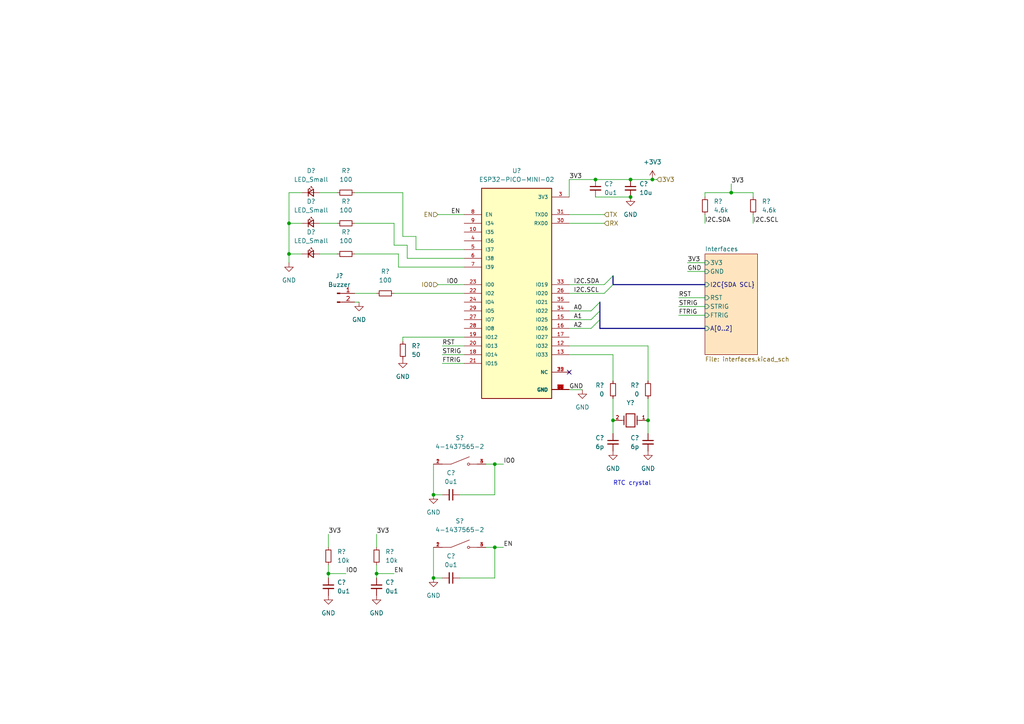
<source format=kicad_sch>
(kicad_sch (version 20211123) (generator eeschema)
  (paper "A4")
  (lib_symbols
    (symbol "4-1437565-2:4-1437565-2" (pin_names (offset 1.016))
      (property "Reference" "S" (at -2.54 2.54 0))
      (property "Value" "4-1437565-2" (at -2.54 -2.54 0))
      (symbol "4-1437565-2_0_0"
        (polyline (pts (xy -2.54 0) (xy -5.08 0)) (stroke (width 0.1524)))
        (polyline (pts (xy -2.54 0) (xy 2.794 2.1336)) (stroke (width 0.1524)))
        (polyline (pts (xy 5.08 0) (xy 2.921 0)) (stroke (width 0.1524)))
        (circle (center 2.54 0) (radius 0.3302) (stroke (width 0.1524)))
        (pin passive line (at -7.62 0 0) (length 2.54) (name "~") (number "1"))
        (pin passive line (at -7.62 0 0) (length 2.54) (name "~") (number "2"))
        (pin passive line (at 7.62 0 180) (length 2.54) (name "~") (number "3"))
        (pin passive line (at 7.62 0 180) (length 2.54) (name "~") (number "4"))
      )
    )
    (symbol "Connector:Conn_01x02_Male" (pin_names (offset 1.016) hide)
      (property "Reference" "J" (at 0 2.54 0))
      (property "Value" "Conn_01x02_Male" (at 0 -5.08 0))
      (symbol "Conn_01x02_Male_1_1"
        (polyline (pts (xy 1.27 -2.54) (xy 0.8636 -2.54)) (stroke (width 0.1524)))
        (polyline (pts (xy 1.27 0) (xy 0.8636 0)) (stroke (width 0.1524)))
        (rectangle (start 0.8636 -2.413) (end 0 -2.667) (stroke (width 0.1524)) (fill (type outline)))
        (rectangle (start 0.8636 0.127) (end 0 -0.127) (stroke (width 0.1524)) (fill (type outline)))
        (pin passive line (at 5.08 0 180) (length 3.81) (name "Pin_1") (number "1"))
        (pin passive line (at 5.08 -2.54 180) (length 3.81) (name "Pin_2") (number "2"))
      )
    )
    (symbol "Device:C_Small" (pin_numbers hide) (pin_names (offset 0.254) hide)
      (property "Reference" "C" (at 0.254 1.778 0))
      (property "Value" "C_Small" (at 0.254 -2.032 0))
      (symbol "C_Small_0_1"
        (polyline (pts (xy -1.524 -0.508) (xy 1.524 -0.508)) (stroke (width 0.3302)))
        (polyline (pts (xy -1.524 0.508) (xy 1.524 0.508)) (stroke (width 0.3048)))
      )
      (symbol "C_Small_1_1"
        (pin passive line (at 0 2.54 270) (length 2.032) (name "~") (number "1"))
        (pin passive line (at 0 -2.54 90) (length 2.032) (name "~") (number "2"))
      )
    )
    (symbol "Device:LED_Small" (pin_numbers hide) (pin_names (offset 0.254) hide)
      (property "Reference" "D" (at -1.27 3.175 0))
      (property "Value" "LED_Small" (at -4.445 -2.54 0))
      (symbol "LED_Small_0_1"
        (polyline (pts (xy -0.762 -1.016) (xy -0.762 1.016)) (stroke (width 0.254)))
        (polyline (pts (xy 1.016 0) (xy -0.762 0)))
        (polyline (pts (xy 0.762 -1.016) (xy -0.762 0) (xy 0.762 1.016) (xy 0.762 -1.016)) (stroke (width 0.254)))
        (polyline (pts (xy 0 0.762) (xy -0.508 1.27) (xy -0.254 1.27) (xy -0.508 1.27) (xy -0.508 1.016)))
        (polyline (pts (xy 0.508 1.27) (xy 0 1.778) (xy 0.254 1.778) (xy 0 1.778) (xy 0 1.524)))
      )
      (symbol "LED_Small_1_1"
        (pin passive line (at -2.54 0 0) (length 1.778) (name "K") (number "1"))
        (pin passive line (at 2.54 0 180) (length 1.778) (name "A") (number "2"))
      )
    )
    (symbol "Device:R_Small" (pin_numbers hide) (pin_names (offset 0.254) hide)
      (property "Reference" "R" (at 0.762 0.508 0))
      (property "Value" "R_Small" (at 0.762 -1.016 0))
      (symbol "R_Small_0_1"
        (rectangle (start -0.762 1.778) (end 0.762 -1.778) (stroke (width 0.2032)))
      )
      (symbol "R_Small_1_1"
        (pin passive line (at 0 2.54 270) (length 0.762) (name "~") (number "1"))
        (pin passive line (at 0 -2.54 90) (length 0.762) (name "~") (number "2"))
      )
    )
    (symbol "ESP32-PICO-MINI-02:ESP32-PICO-MINI-02" (pin_names (offset 1.016))
      (property "Reference" "U" (at -10.16 33.02 0))
      (property "Value" "ESP32-PICO-MINI-02" (at -10.16 -33.02 0))
      (symbol "ESP32-PICO-MINI-02_0_0"
        (rectangle (start -10.16 -30.48) (end 10.16 30.48) (stroke (width 0.254)) (fill (type background)))
        (pin power_in line (at 15.24 -27.94 180) (length 5.08) (name "GND") (number "1"))
        (pin input line (at -15.24 17.78 0) (length 5.08) (name "I35") (number "10"))
        (pin power_in line (at 15.24 -27.94 180) (length 5.08) (name "GND") (number "11"))
        (pin bidirectional line (at 15.24 -15.24 180) (length 5.08) (name "IO32") (number "12"))
        (pin bidirectional line (at 15.24 -17.78 180) (length 5.08) (name "IO33") (number "13"))
        (pin power_in line (at 15.24 -27.94 180) (length 5.08) (name "GND") (number "14"))
        (pin bidirectional line (at 15.24 -7.62 180) (length 5.08) (name "IO25") (number "15"))
        (pin bidirectional line (at 15.24 -10.16 180) (length 5.08) (name "IO26") (number "16"))
        (pin bidirectional line (at 15.24 -12.7 180) (length 5.08) (name "IO27") (number "17"))
        (pin bidirectional line (at -15.24 -17.78 0) (length 5.08) (name "IO14") (number "18"))
        (pin bidirectional line (at -15.24 -12.7 0) (length 5.08) (name "IO12") (number "19"))
        (pin power_in line (at 15.24 -27.94 180) (length 5.08) (name "GND") (number "2"))
        (pin bidirectional line (at -15.24 -15.24 0) (length 5.08) (name "IO13") (number "20"))
        (pin bidirectional line (at -15.24 -20.32 0) (length 5.08) (name "IO15") (number "21"))
        (pin bidirectional line (at -15.24 0 0) (length 5.08) (name "IO2") (number "22"))
        (pin bidirectional line (at -15.24 2.54 0) (length 5.08) (name "IO0") (number "23"))
        (pin bidirectional line (at -15.24 -2.54 0) (length 5.08) (name "IO4") (number "24"))
        (pin no_connect line (at 15.24 -22.86 180) (length 5.08) (name "NC") (number "25"))
        (pin bidirectional line (at 15.24 0 180) (length 5.08) (name "IO20") (number "26"))
        (pin bidirectional line (at -15.24 -7.62 0) (length 5.08) (name "IO7") (number "27"))
        (pin bidirectional line (at -15.24 -10.16 0) (length 5.08) (name "IO8") (number "28"))
        (pin bidirectional line (at -15.24 -5.08 0) (length 5.08) (name "IO5") (number "29"))
        (pin power_in line (at 15.24 27.94 180) (length 5.08) (name "3V3") (number "3"))
        (pin bidirectional line (at 15.24 20.32 180) (length 5.08) (name "RXD0") (number "30"))
        (pin bidirectional line (at 15.24 22.86 180) (length 5.08) (name "TXD0") (number "31"))
        (pin no_connect line (at 15.24 -22.86 180) (length 5.08) (name "NC") (number "32"))
        (pin bidirectional line (at 15.24 2.54 180) (length 5.08) (name "IO19") (number "33"))
        (pin bidirectional line (at 15.24 -5.08 180) (length 5.08) (name "IO22") (number "34"))
        (pin bidirectional line (at 15.24 -2.54 180) (length 5.08) (name "IO21") (number "35"))
        (pin power_in line (at 15.24 -27.94 180) (length 5.08) (name "GND") (number "36"))
        (pin power_in line (at 15.24 -27.94 180) (length 5.08) (name "GND") (number "37"))
        (pin power_in line (at 15.24 -27.94 180) (length 5.08) (name "GND") (number "38"))
        (pin power_in line (at 15.24 -27.94 180) (length 5.08) (name "GND") (number "39"))
        (pin input line (at -15.24 15.24 0) (length 5.08) (name "I36") (number "4"))
        (pin power_in line (at 15.24 -27.94 180) (length 5.08) (name "GND") (number "40"))
        (pin power_in line (at 15.24 -27.94 180) (length 5.08) (name "GND") (number "41"))
        (pin power_in line (at 15.24 -27.94 180) (length 5.08) (name "GND") (number "42"))
        (pin power_in line (at 15.24 -27.94 180) (length 5.08) (name "GND") (number "43"))
        (pin power_in line (at 15.24 -27.94 180) (length 5.08) (name "GND") (number "44"))
        (pin power_in line (at 15.24 -27.94 180) (length 5.08) (name "GND") (number "45"))
        (pin power_in line (at 15.24 -27.94 180) (length 5.08) (name "GND") (number "46"))
        (pin power_in line (at 15.24 -27.94 180) (length 5.08) (name "GND") (number "47"))
        (pin power_in line (at 15.24 -27.94 180) (length 5.08) (name "GND") (number "48"))
        (pin power_in line (at 15.24 -27.94 180) (length 5.08) (name "GND") (number "49"))
        (pin input line (at -15.24 12.7 0) (length 5.08) (name "I37") (number "5"))
        (pin power_in line (at 15.24 -27.94 180) (length 5.08) (name "GND") (number "50"))
        (pin power_in line (at 15.24 -27.94 180) (length 5.08) (name "GND") (number "51"))
        (pin power_in line (at 15.24 -27.94 180) (length 5.08) (name "GND") (number "52"))
        (pin power_in line (at 15.24 -27.94 180) (length 5.08) (name "GND") (number "53"))
        (pin power_in line (at 15.24 -27.94 180) (length 5.08) (name "GND") (number "54"))
        (pin power_in line (at 15.24 -27.94 180) (length 5.08) (name "GND") (number "55"))
        (pin power_in line (at 15.24 -27.94 180) (length 5.08) (name "GND") (number "56"))
        (pin power_in line (at 15.24 -27.94 180) (length 5.08) (name "GND") (number "57"))
        (pin power_in line (at 15.24 -27.94 180) (length 5.08) (name "GND") (number "58"))
        (pin power_in line (at 15.24 -27.94 180) (length 5.08) (name "GND") (number "59"))
        (pin input line (at -15.24 10.16 0) (length 5.08) (name "I38") (number "6"))
        (pin power_in line (at 15.24 -27.94 180) (length 5.08) (name "GND") (number "60"))
        (pin power_in line (at 15.24 -27.94 180) (length 5.08) (name "GND") (number "61"))
        (pin input line (at -15.24 7.62 0) (length 5.08) (name "I39") (number "7"))
        (pin input line (at -15.24 22.86 0) (length 5.08) (name "EN") (number "8"))
        (pin input line (at -15.24 20.32 0) (length 5.08) (name "I34") (number "9"))
      )
    )
    (symbol "NX3215SA-32.768K-STD-MUA-14:NX3215SA-32.768K-STD-MUA-14" (pin_names (offset 1.016))
      (property "Reference" "Y" (at -2.54 2.54 0))
      (property "Value" "NX3215SA-32.768K-STD-MUA-14" (at -2.54 -4.445 0))
      (symbol "NX3215SA-32.768K-STD-MUA-14_0_0"
        (polyline (pts (xy -2.54 0) (xy -1.905 0)) (stroke (width 0.1524)))
        (polyline (pts (xy -1.905 0) (xy -1.905 -1.27)) (stroke (width 0.254)))
        (polyline (pts (xy -1.905 1.27) (xy -1.905 0)) (stroke (width 0.254)))
        (polyline (pts (xy -1.27 -1.905) (xy -1.27 1.905)) (stroke (width 0.254)))
        (polyline (pts (xy -1.27 1.905) (xy 1.27 1.905)) (stroke (width 0.254)))
        (polyline (pts (xy 1.27 -1.905) (xy -1.27 -1.905)) (stroke (width 0.254)))
        (polyline (pts (xy 1.27 1.905) (xy 1.27 -1.905)) (stroke (width 0.254)))
        (polyline (pts (xy 1.905 0) (xy 1.905 -1.27)) (stroke (width 0.254)))
        (polyline (pts (xy 1.905 1.27) (xy 1.905 0)) (stroke (width 0.254)))
        (polyline (pts (xy 2.54 0) (xy 1.905 0)) (stroke (width 0.1524)))
        (pin passive line (at -5.08 0 0) (length 2.54) (name "~") (number "1"))
        (pin passive line (at 5.08 0 180) (length 2.54) (name "~") (number "2"))
      )
    )
    (symbol "power:+3V3" (power) (pin_names (offset 0))
      (property "Value" "+3V3" (at 0 3.556 0))
      (symbol "+3V3_0_1"
        (polyline (pts (xy -0.762 1.27) (xy 0 2.54)))
        (polyline (pts (xy 0 0) (xy 0 2.54)))
        (polyline (pts (xy 0 2.54) (xy 0.762 1.27)))
      )
      (symbol "+3V3_1_1"
        (pin power_in line (at 0 0 90) (length 0) hide (name "+3V3") (number "1"))
      )
    )
    (symbol "power:GND" (power) (pin_names (offset 0))
      (property "Value" "GND" (at 0 -3.81 0))
      (symbol "GND_0_1"
        (polyline (pts (xy 0 0) (xy 0 -1.27) (xy 1.27 -1.27) (xy 0 -2.54) (xy -1.27 -1.27) (xy 0 -1.27)))
      )
      (symbol "GND_1_1"
        (pin power_in line (at 0 0 270) (length 0) hide (name "GND") (number "1"))
      )
    )
  )
  (junction (at 95.25 166.37))
  (junction (at 125.73 167.64))
  (junction (at 109.22 166.37))
  (junction (at 187.96 121.92))
  (junction (at 125.73 143.51))
  (junction (at 182.88 57.15))
  (junction (at 212.09 55.88))
  (junction (at 182.88 52.07))
  (junction (at 143.51 134.62))
  (junction (at 189.23 52.07))
  (junction (at 177.8 121.92))
  (junction (at 172.72 52.07))
  (junction (at 143.51 158.75))
  (junction (at 83.82 64.77))
  (junction (at 83.82 73.66))
  (no_connect (at 165.1 107.95))
  (bus_entry (at 171.45 92.71) (size 2.54 -2.54))
  (bus_entry (at 171.45 90.17) (size 2.54 -2.54))
  (bus_entry (at 173.99 92.71) (size -2.54 2.54))
  (bus_entry (at 175.26 85.09) (size 2.54 -2.54))
  (bus_entry (at 175.26 82.55) (size 2.54 -2.54))
  (wire (pts (xy 114.3 71.12) (xy 118.11 71.12)))
  (wire (pts (xy 177.8 121.92) (xy 177.8 125.73)))
  (wire (pts (xy 120.65 68.58) (xy 120.65 72.39)))
  (wire (pts (xy 190.5 52.07) (xy 189.23 52.07)))
  (wire (pts (xy 127 62.23) (xy 134.62 62.23)))
  (wire (pts (xy 165.1 85.09) (xy 175.26 85.09)))
  (wire (pts (xy 165.1 64.77) (xy 175.26 64.77)))
  (wire (pts (xy 199.39 78.74) (xy 204.47 78.74)))
  (wire (pts (xy 118.11 74.93) (xy 134.62 74.93)))
  (wire (pts (xy 140.97 134.62) (xy 143.51 134.62)))
  (wire (pts (xy 165.1 82.55) (xy 175.26 82.55)))
  (wire (pts (xy 128.27 143.51) (xy 125.73 143.51)))
  (wire (pts (xy 109.22 166.37) (xy 109.22 167.64)))
  (wire (pts (xy 116.84 55.88) (xy 116.84 68.58)))
  (bus (pts (xy 177.8 80.01) (xy 177.8 82.55)))
  (wire (pts (xy 128.27 100.33) (xy 134.62 100.33)))
  (wire (pts (xy 83.82 76.2) (xy 83.82 73.66)))
  (wire (pts (xy 116.84 99.06) (xy 116.84 97.79)))
  (wire (pts (xy 102.87 55.88) (xy 116.84 55.88)))
  (wire (pts (xy 95.25 154.94) (xy 95.25 158.75)))
  (wire (pts (xy 182.88 52.07) (xy 172.72 52.07)))
  (wire (pts (xy 95.25 163.83) (xy 95.25 166.37)))
  (wire (pts (xy 172.72 57.15) (xy 182.88 57.15)))
  (bus (pts (xy 173.99 92.71) (xy 173.99 95.25)))
  (wire (pts (xy 92.71 55.88) (xy 97.79 55.88)))
  (wire (pts (xy 102.87 73.66) (xy 115.57 73.66)))
  (wire (pts (xy 92.71 73.66) (xy 97.79 73.66)))
  (wire (pts (xy 115.57 73.66) (xy 115.57 77.47)))
  (wire (pts (xy 95.25 166.37) (xy 95.25 167.64)))
  (wire (pts (xy 218.44 62.23) (xy 218.44 64.77)))
  (wire (pts (xy 212.09 55.88) (xy 212.09 53.34)))
  (wire (pts (xy 218.44 55.88) (xy 218.44 57.15)))
  (wire (pts (xy 177.8 102.87) (xy 165.1 102.87)))
  (wire (pts (xy 165.1 52.07) (xy 165.1 57.15)))
  (bus (pts (xy 177.8 82.55) (xy 204.47 82.55)))
  (wire (pts (xy 133.35 143.51) (xy 143.51 143.51)))
  (wire (pts (xy 83.82 64.77) (xy 87.63 64.77)))
  (wire (pts (xy 212.09 55.88) (xy 218.44 55.88)))
  (wire (pts (xy 172.72 52.07) (xy 165.1 52.07)))
  (wire (pts (xy 165.1 90.17) (xy 171.45 90.17)))
  (wire (pts (xy 92.71 64.77) (xy 97.79 64.77)))
  (wire (pts (xy 102.87 85.09) (xy 109.22 85.09)))
  (wire (pts (xy 204.47 55.88) (xy 212.09 55.88)))
  (wire (pts (xy 83.82 73.66) (xy 83.82 64.77)))
  (wire (pts (xy 128.27 167.64) (xy 125.73 167.64)))
  (wire (pts (xy 177.8 110.49) (xy 177.8 102.87)))
  (wire (pts (xy 118.11 71.12) (xy 118.11 74.93)))
  (wire (pts (xy 83.82 55.88) (xy 87.63 55.88)))
  (wire (pts (xy 116.84 97.79) (xy 134.62 97.79)))
  (wire (pts (xy 204.47 55.88) (xy 204.47 57.15)))
  (bus (pts (xy 173.99 87.63) (xy 173.99 90.17)))
  (wire (pts (xy 143.51 158.75) (xy 146.05 158.75)))
  (wire (pts (xy 115.57 77.47) (xy 134.62 77.47)))
  (wire (pts (xy 102.87 64.77) (xy 114.3 64.77)))
  (wire (pts (xy 187.96 115.57) (xy 187.96 121.92)))
  (wire (pts (xy 83.82 64.77) (xy 83.82 55.88)))
  (wire (pts (xy 109.22 163.83) (xy 109.22 166.37)))
  (wire (pts (xy 143.51 134.62) (xy 146.05 134.62)))
  (wire (pts (xy 109.22 166.37) (xy 114.3 166.37)))
  (wire (pts (xy 196.85 91.44) (xy 204.47 91.44)))
  (wire (pts (xy 120.65 72.39) (xy 134.62 72.39)))
  (wire (pts (xy 109.22 154.94) (xy 109.22 158.75)))
  (wire (pts (xy 133.35 167.64) (xy 143.51 167.64)))
  (wire (pts (xy 95.25 166.37) (xy 100.33 166.37)))
  (bus (pts (xy 173.99 95.25) (xy 204.47 95.25)))
  (wire (pts (xy 165.1 62.23) (xy 175.26 62.23)))
  (wire (pts (xy 143.51 143.51) (xy 143.51 134.62)))
  (wire (pts (xy 204.47 62.23) (xy 204.47 64.77)))
  (wire (pts (xy 114.3 85.09) (xy 134.62 85.09)))
  (wire (pts (xy 187.96 121.92) (xy 187.96 125.73)))
  (wire (pts (xy 125.73 143.51) (xy 125.73 134.62)))
  (wire (pts (xy 177.8 115.57) (xy 177.8 121.92)))
  (wire (pts (xy 165.1 92.71) (xy 171.45 92.71)))
  (wire (pts (xy 128.27 102.87) (xy 134.62 102.87)))
  (wire (pts (xy 196.85 88.9) (xy 204.47 88.9)))
  (wire (pts (xy 196.85 86.36) (xy 204.47 86.36)))
  (wire (pts (xy 125.73 167.64) (xy 125.73 158.75)))
  (wire (pts (xy 140.97 158.75) (xy 143.51 158.75)))
  (wire (pts (xy 143.51 167.64) (xy 143.51 158.75)))
  (wire (pts (xy 189.23 52.07) (xy 182.88 52.07)))
  (wire (pts (xy 187.96 100.33) (xy 165.1 100.33)))
  (wire (pts (xy 187.96 110.49) (xy 187.96 100.33)))
  (wire (pts (xy 128.27 105.41) (xy 134.62 105.41)))
  (wire (pts (xy 114.3 64.77) (xy 114.3 71.12)))
  (wire (pts (xy 127 82.55) (xy 134.62 82.55)))
  (wire (pts (xy 165.1 113.03) (xy 168.91 113.03)))
  (wire (pts (xy 83.82 73.66) (xy 87.63 73.66)))
  (wire (pts (xy 165.1 95.25) (xy 171.45 95.25)))
  (bus (pts (xy 173.99 90.17) (xy 173.99 92.71)))
  (wire (pts (xy 102.87 87.63) (xy 104.14 87.63)))
  (wire (pts (xy 199.39 76.2) (xy 204.47 76.2)))
  (wire (pts (xy 116.84 68.58) (xy 120.65 68.58)))
  (text "RTC crystal" (at 177.8 140.97 0) (effects (font (size 1.27 1.27)) (justify left bottom)))
  (label "IO0" (at 100.33 166.37 0))
  (label "EN" (at 130.81 62.23 0))
  (label "I2C.SCL" (at 218.44 64.77 0))
  (label "EN" (at 114.3 166.37 0))
  (label "A0" (at 166.37 90.17 0))
  (label "3V3" (at 109.22 154.94 0))
  (label "3V3" (at 212.09 53.34 0))
  (label "STRIG" (at 128.27 102.87 0))
  (label "IO0" (at 146.05 134.62 0))
  (label "GND" (at 165.1 113.03 0))
  (label "3V3" (at 165.1 52.07 0))
  (label "I2C.SDA" (at 204.47 64.77 0))
  (label "I2C.SDA" (at 166.37 82.55 0))
  (label "FTRIG" (at 196.85 91.44 0))
  (label "IO0" (at 129.54 82.55 0))
  (label "I2C.SCL" (at 166.37 85.09 0))
  (label "A1" (at 166.37 92.71 0))
  (label "RST" (at 128.27 100.33 0))
  (label "FTRIG" (at 128.27 105.41 0))
  (label "RST" (at 196.85 86.36 0))
  (label "3V3" (at 199.39 76.2 0))
  (label "3V3" (at 95.25 154.94 0))
  (label "GND" (at 199.39 78.74 0))
  (label "STRIG" (at 196.85 88.9 0))
  (label "A2" (at 166.37 95.25 0))
  (label "EN" (at 146.05 158.75 0))
  (hierarchical_label "3V3" (shape input) (at 190.5 52.07 0))
  (hierarchical_label "IO0" (shape input) (at 127 82.55 180))
  (hierarchical_label "RX" (shape input) (at 175.26 64.77 0))
  (hierarchical_label "TX" (shape input) (at 175.26 62.23 0))
  (hierarchical_label "EN" (shape input) (at 127 62.23 180))
  (symbol (lib_id "Device:C_Small") (at 130.81 143.51 270) (unit 1)
    (property "Reference" "C?" (at 130.8036 137.16 90))
    (property "Value" "0u1" (at 130.8036 139.7 90))
    (property "Footprint" "Capacitor_SMD:C_0603_1608Metric_Pad1.08x0.95mm_HandSolder" (effects hide))
  )
  (symbol (lib_id "power:GND") (at 104.14 87.63 0) (unit 1)
    (property "Reference" "#PWR?" (effects hide))
    (property "Value" "GND" (at 104.14 92.71 0))
  )
  (symbol (lib_id "Device:R_Small") (at 100.33 55.88 90) (unit 1)
    (property "Reference" "R?" (at 100.33 49.53 90))
    (property "Value" "100" (at 100.33 52.07 90))
    (property "Footprint" "Resistor_SMD:R_0603_1608Metric_Pad0.98x0.95mm_HandSolder" (effects hide))
  )
  (symbol (lib_id "ESP32-PICO-MINI-02:ESP32-PICO-MINI-02") (at 149.86 85.09 0) (unit 1)
    (property "Reference" "U?" (at 149.86 49.53 0))
    (property "Value" "ESP32-PICO-MINI-02" (at 149.86 52.07 0))
    (property "Footprint" "footprint:MODULE_ESP32-PICO-MINI-02" (effects hide))
    (property "MAXIMUM_PACKAGE_HEIGHT" "2.55mm" (effects hide))
    (property "MANUFACTURER" "Espressif" (effects hide))
    (property "PARTREV" "v1.0" (effects hide))
    (property "STANDARD" "Manufacturer Recommendations" (effects hide))
  )
  (symbol (lib_id "Device:C_Small") (at 172.72 54.61 0) (unit 1)
    (property "Reference" "C?" (at 175.26 53.3462 0) (effects (justify left)))
    (property "Value" "0u1" (at 175.26 55.8862 0) (effects (justify left)))
    (property "Footprint" "Capacitor_SMD:C_0603_1608Metric_Pad1.08x0.95mm_HandSolder" (effects hide))
  )
  (symbol (lib_id "Device:LED_Small") (at 90.17 64.77 0) (unit 1)
    (property "Reference" "D?" (at 90.2335 58.42 0))
    (property "Value" "LED_Small" (at 90.2335 60.96 0))
    (property "Footprint" "LED_SMD:LED_0603_1608Metric_Pad1.05x0.95mm_HandSolder" (effects hide))
  )
  (symbol (lib_id "Device:C_Small") (at 95.25 170.18 0) (unit 1)
    (property "Reference" "C?" (at 97.79 168.9162 0) (effects (justify left)))
    (property "Value" "0u1" (at 97.79 171.4562 0) (effects (justify left)))
    (property "Footprint" "Capacitor_SMD:C_0603_1608Metric_Pad1.08x0.95mm_HandSolder" (effects hide))
  )
  (symbol (lib_id "Device:C_Small") (at 109.22 170.18 0) (unit 1)
    (property "Reference" "C?" (at 111.76 168.9162 0) (effects (justify left)))
    (property "Value" "0u1" (at 111.76 171.4562 0) (effects (justify left)))
    (property "Footprint" "Capacitor_SMD:C_0603_1608Metric_Pad1.08x0.95mm_HandSolder" (effects hide))
  )
  (symbol (lib_id "Device:C_Small") (at 187.96 128.27 0) (mirror y) (unit 1)
    (property "Reference" "C?" (at 185.42 127.0062 0) (effects (justify left)))
    (property "Value" "6p" (at 185.42 129.5462 0) (effects (justify left)))
    (property "Footprint" "Capacitor_SMD:C_0603_1608Metric_Pad1.08x0.95mm_HandSolder" (effects hide))
  )
  (symbol (lib_id "Device:R_Small") (at 100.33 64.77 90) (unit 1)
    (property "Reference" "R?" (at 100.33 58.42 90))
    (property "Value" "100" (at 100.33 60.96 90))
    (property "Footprint" "Resistor_SMD:R_0603_1608Metric_Pad0.98x0.95mm_HandSolder" (effects hide))
  )
  (symbol (lib_id "power:GND") (at 125.73 167.64 0) (unit 1)
    (property "Reference" "#PWR?" (effects hide))
    (property "Value" "GND" (at 125.73 172.72 0))
  )
  (symbol (lib_id "Device:R_Small") (at 177.8 113.03 0) (mirror y) (unit 1)
    (property "Reference" "R?" (at 175.26 111.7599 0) (effects (justify left)))
    (property "Value" "0" (at 175.26 114.2999 0) (effects (justify left)))
    (property "Footprint" "Resistor_SMD:R_0603_1608Metric_Pad0.98x0.95mm_HandSolder" (effects hide))
  )
  (symbol (lib_id "power:GND") (at 95.25 172.72 0) (unit 1)
    (property "Reference" "#PWR?" (effects hide))
    (property "Value" "GND" (at 95.25 177.8 0))
  )
  (symbol (lib_id "Device:R_Small") (at 116.84 101.6 0) (unit 1)
    (property "Reference" "R?" (at 119.38 100.3299 0) (effects (justify left)))
    (property "Value" "50" (at 119.38 102.8699 0) (effects (justify left)))
    (property "Footprint" "Resistor_SMD:R_0603_1608Metric_Pad0.98x0.95mm_HandSolder" (effects hide))
  )
  (symbol (lib_id "power:GND") (at 125.73 143.51 0) (unit 1)
    (property "Reference" "#PWR?" (effects hide))
    (property "Value" "GND" (at 125.73 148.59 0))
  )
  (symbol (lib_id "Connector:Conn_01x02_Male") (at 97.79 85.09 0) (unit 1)
    (property "Reference" "J?" (at 98.425 80.01 0))
    (property "Value" "Buzzer" (at 98.425 82.55 0))
    (property "Footprint" "Connector_PinSocket_2.54mm:PinSocket_1x02_P2.54mm_Vertical" (effects hide))
  )
  (symbol (lib_id "Device:C_Small") (at 177.8 128.27 0) (mirror y) (unit 1)
    (property "Reference" "C?" (at 175.26 127.0062 0) (effects (justify left)))
    (property "Value" "6p" (at 175.26 129.5462 0) (effects (justify left)))
    (property "Footprint" "Capacitor_SMD:C_0603_1608Metric_Pad1.08x0.95mm_HandSolder" (effects hide))
  )
  (symbol (lib_id "power:GND") (at 182.88 57.15 0) (unit 1)
    (property "Reference" "#PWR?" (effects hide))
    (property "Value" "GND" (at 182.88 62.23 0))
  )
  (symbol (lib_id "power:GND") (at 187.96 130.81 0) (mirror y) (unit 1)
    (property "Reference" "#PWR?" (effects hide))
    (property "Value" "GND" (at 187.96 135.89 0))
  )
  (symbol (lib_id "Device:R_Small") (at 100.33 73.66 90) (unit 1)
    (property "Reference" "R?" (at 100.33 67.31 90))
    (property "Value" "100" (at 100.33 69.85 90))
    (property "Footprint" "Resistor_SMD:R_0603_1608Metric_Pad0.98x0.95mm_HandSolder" (effects hide))
  )
  (symbol (lib_id "Device:C_Small") (at 182.88 54.61 0) (unit 1)
    (property "Reference" "C?" (at 185.42 53.3462 0) (effects (justify left)))
    (property "Value" "10u" (at 185.42 55.8862 0) (effects (justify left)))
    (property "Footprint" "Capacitor_SMD:C_0805_2012Metric_Pad1.18x1.45mm_HandSolder" (effects hide))
  )
  (symbol (lib_id "Device:R_Small") (at 204.47 59.69 0) (unit 1)
    (property "Reference" "R?" (at 207.01 58.4199 0) (effects (justify left)))
    (property "Value" "4.6k" (at 207.01 60.9599 0) (effects (justify left)))
    (property "Footprint" "Resistor_SMD:R_0603_1608Metric_Pad0.98x0.95mm_HandSolder" (effects hide))
  )
  (symbol (lib_id "Device:R_Small") (at 95.25 161.29 0) (unit 1)
    (property "Reference" "R?" (at 97.79 160.0199 0) (effects (justify left)))
    (property "Value" "10k" (at 97.79 162.5599 0) (effects (justify left)))
    (property "Footprint" "Resistor_SMD:R_0603_1608Metric_Pad0.98x0.95mm_HandSolder" (effects hide))
  )
  (symbol (lib_id "power:GND") (at 168.91 113.03 0) (unit 1)
    (property "Reference" "#PWR?" (effects hide))
    (property "Value" "GND" (at 168.91 118.11 0))
  )
  (symbol (lib_id "NX3215SA-32.768K-STD-MUA-14:NX3215SA-32.768K-STD-MUA-14") (at 182.88 121.92 0) (mirror y) (unit 1)
    (property "Reference" "Y?" (at 182.88 116.84 0))
    (property "Value" "NX3215SA-32.768K-STD-MUA-14" (effects hide))
    (property "Footprint" "footprint:XTAL_NX3215SA-32.768K-STD-MUA-14" (effects hide))
    (property "STANDARD" "Manufacturer recommendations" (effects hide))
    (property "DESCRIPTION" "32.768kHz ±20ppm Crystal 6pF 70 kOhms 2-SMD, No Lead" (effects hide))
    (property "MP" "NX3215SA-32.768K-STD-MUA-14" (effects hide))
    (property "MANUFACTURER" "NIHON DEMPA KOGYO" (effects hide))
    (property "PARTREV" "--" (effects hide))
  )
  (symbol (lib_id "power:GND") (at 109.22 172.72 0) (unit 1)
    (property "Reference" "#PWR?" (effects hide))
    (property "Value" "GND" (at 109.22 177.8 0))
  )
  (symbol (lib_id "power:GND") (at 116.84 104.14 0) (unit 1)
    (property "Reference" "#PWR?" (effects hide))
    (property "Value" "GND" (at 116.84 109.22 0))
  )
  (symbol (lib_id "4-1437565-2:4-1437565-2") (at 133.35 134.62 0) (unit 1)
    (property "Reference" "S?" (at 133.35 127 0))
    (property "Value" "4-1437565-2" (at 133.35 129.54 0))
    (property "Footprint" "footprint:SW_4-1437565-2" (effects hide))
    (property "EU_RoHS_Compliance" "Compliant" (effects hide))
    (property "Comment" "4-1437565-2" (effects hide))
  )
  (symbol (lib_id "4-1437565-2:4-1437565-2") (at 133.35 158.75 0) (unit 1)
    (property "Reference" "S?" (at 133.35 151.13 0))
    (property "Value" "4-1437565-2" (at 133.35 153.67 0))
    (property "Footprint" "footprint:SW_4-1437565-2" (effects hide))
    (property "EU_RoHS_Compliance" "Compliant" (effects hide))
    (property "Comment" "4-1437565-2" (effects hide))
  )
  (symbol (lib_id "power:GND") (at 177.8 130.81 0) (mirror y) (unit 1)
    (property "Reference" "#PWR?" (effects hide))
    (property "Value" "GND" (at 177.8 135.89 0))
  )
  (symbol (lib_id "Device:R_Small") (at 109.22 161.29 0) (unit 1)
    (property "Reference" "R?" (at 111.76 160.0199 0) (effects (justify left)))
    (property "Value" "10k" (at 111.76 162.5599 0) (effects (justify left)))
    (property "Footprint" "Resistor_SMD:R_0603_1608Metric_Pad0.98x0.95mm_HandSolder" (effects hide))
  )
  (symbol (lib_id "Device:LED_Small") (at 90.17 73.66 0) (unit 1)
    (property "Reference" "D?" (at 90.2335 67.31 0))
    (property "Value" "LED_Small" (at 90.2335 69.85 0))
    (property "Footprint" "LED_SMD:LED_0603_1608Metric_Pad1.05x0.95mm_HandSolder" (effects hide))
  )
  (symbol (lib_id "power:+3V3") (at 189.23 52.07 0) (unit 1)
    (property "Reference" "#PWR?" (effects hide))
    (property "Value" "+3V3" (at 189.23 46.99 0))
  )
  (symbol (lib_id "Device:R_Small") (at 187.96 113.03 0) (mirror y) (unit 1)
    (property "Reference" "R?" (at 185.42 111.7599 0) (effects (justify left)))
    (property "Value" "0" (at 185.42 114.2999 0) (effects (justify left)))
    (property "Footprint" "Resistor_SMD:R_0603_1608Metric_Pad0.98x0.95mm_HandSolder" (effects hide))
  )
  (symbol (lib_id "Device:C_Small") (at 130.81 167.64 270) (unit 1)
    (property "Reference" "C?" (at 130.8036 161.29 90))
    (property "Value" "0u1" (at 130.8036 163.83 90))
    (property "Footprint" "Capacitor_SMD:C_0603_1608Metric_Pad1.08x0.95mm_HandSolder" (effects hide))
  )
  (symbol (lib_id "Device:LED_Small") (at 90.17 55.88 0) (unit 1)
    (property "Reference" "D?" (at 90.2335 49.53 0))
    (property "Value" "LED_Small" (at 90.2335 52.07 0))
    (property "Footprint" "LED_SMD:LED_0603_1608Metric_Pad1.05x0.95mm_HandSolder" (effects hide))
  )
  (symbol (lib_id "Device:R_Small") (at 111.76 85.09 90) (unit 1)
    (property "Reference" "R?" (at 111.76 78.74 90))
    (property "Value" "100" (at 111.76 81.28 90))
    (property "Footprint" "Resistor_SMD:R_0603_1608Metric_Pad0.98x0.95mm_HandSolder" (effects hide))
  )
  (symbol (lib_id "Device:R_Small") (at 218.44 59.69 0) (unit 1)
    (property "Reference" "R?" (at 220.98 58.4199 0) (effects (justify left)))
    (property "Value" "4.6k" (at 220.98 60.9599 0) (effects (justify left)))
    (property "Footprint" "Resistor_SMD:R_0603_1608Metric_Pad0.98x0.95mm_HandSolder" (effects hide))
  )
  (symbol (lib_id "power:GND") (at 83.82 76.2 0) (unit 1)
    (property "Reference" "#PWR?" (effects hide))
    (property "Value" "GND" (at 83.82 81.28 0))
  )
  (sheet (at 204.47 73.66) (size 15.24 29.21) (stroke (width 0.1524)) (fill (color 255 229 191 1.0000))
    (property "Sheet name" "Interfaces" (at 204.47 72.9484 0) (effects (justify left bottom)))
    (property "Sheet file" "interfaces.kicad_sch" (at 204.47 103.4546 0) (effects (justify left top)))
    (pin "STRIG" input (at 204.47 88.9 180))
    (pin "FTRIG" input (at 204.47 91.44 180))
    (pin "A[0..2]" input (at 204.47 95.25 180))
    (pin "I2C{SDA SCL}" input (at 204.47 82.55 180))
    (pin "3V3" input (at 204.47 76.2 180))
    (pin "GND" input (at 204.47 78.74 180))
    (pin "RST" input (at 204.47 86.36 180))
  )
)
</source>
